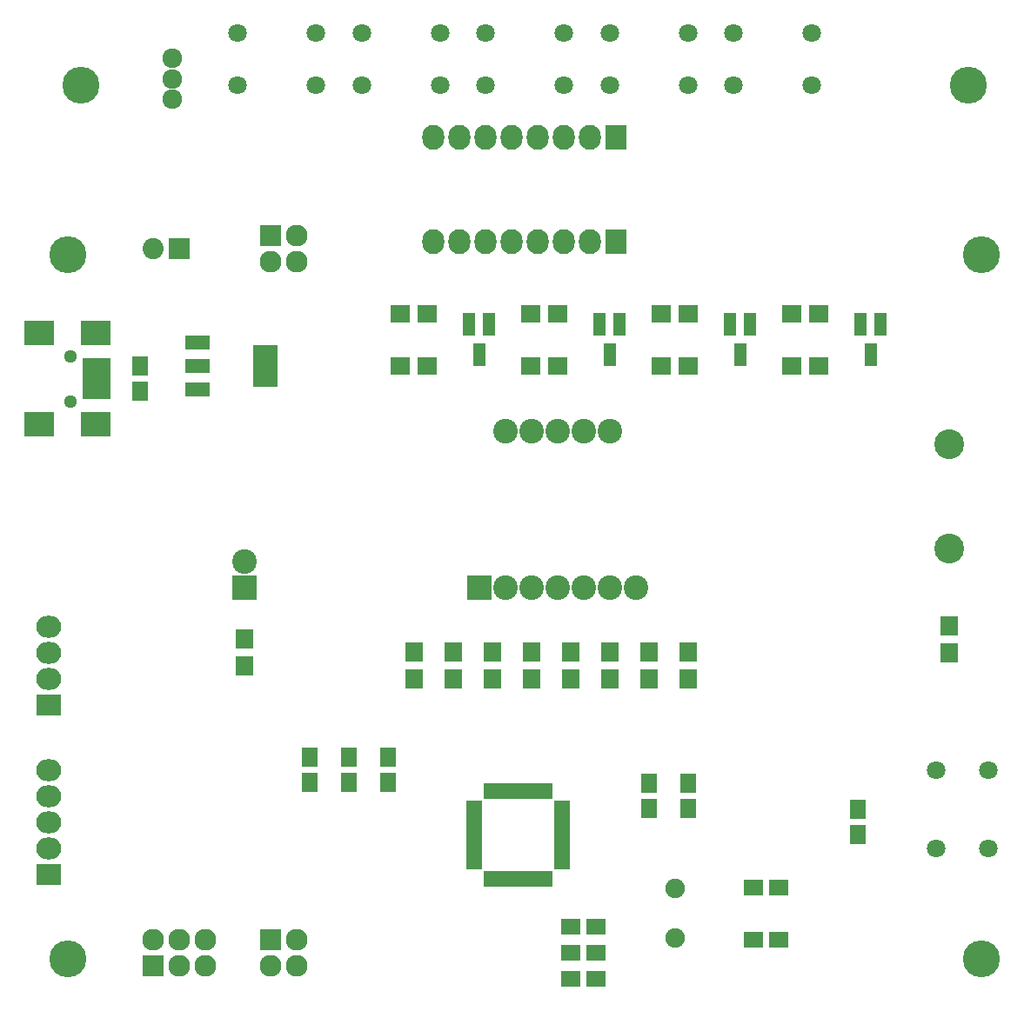
<source format=gts>
%TF.GenerationSoftware,KiCad,Pcbnew,4.0.2+e4-6225~38~ubuntu14.04.1-stable*%
%TF.CreationDate,2016-06-25T18:59:24+02:00*%
%TF.ProjectId,hclock,68636C6F636B2E6B696361645F706362,0.1*%
%TF.FileFunction,Soldermask,Top*%
%FSLAX46Y46*%
G04 Gerber Fmt 4.6, Leading zero omitted, Abs format (unit mm)*
G04 Created by KiCad (PCBNEW 4.0.2+e4-6225~38~ubuntu14.04.1-stable) date sam. 25 juin 2016 18:59:24 CEST*
%MOMM*%
G01*
G04 APERTURE LIST*
%ADD10C,0.100000*%
%ADD11R,2.051000X2.051000*%
%ADD12C,2.051000*%
%ADD13R,1.650000X1.900000*%
%ADD14R,1.900000X1.650000*%
%ADD15R,2.400000X2.400000*%
%ADD16C,2.400000*%
%ADD17R,2.701240X0.900380*%
%ADD18R,2.899360X2.398980*%
%ADD19C,1.299160*%
%ADD20R,2.127200X2.127200*%
%ADD21O,2.127200X2.127200*%
%ADD22R,2.432000X2.127200*%
%ADD23O,2.432000X2.127200*%
%ADD24R,1.200100X2.200860*%
%ADD25R,1.700000X1.900000*%
%ADD26R,1.900000X1.700000*%
%ADD27C,1.797000*%
%ADD28C,1.924000*%
%ADD29R,1.600000X1.000000*%
%ADD30R,1.000000X1.600000*%
%ADD31C,2.899360*%
%ADD32C,1.901140*%
%ADD33R,2.127200X2.432000*%
%ADD34O,2.127200X2.432000*%
%ADD35R,2.432000X4.057600*%
%ADD36R,2.432000X1.416000*%
%ADD37C,3.600000*%
G04 APERTURE END LIST*
D10*
D11*
X107950000Y-60960000D03*
D12*
X105410000Y-60960000D03*
D13*
X173990000Y-115590000D03*
X173990000Y-118090000D03*
D14*
X163850000Y-128270000D03*
X166350000Y-128270000D03*
X163850000Y-123190000D03*
X166350000Y-123190000D03*
D13*
X120650000Y-113010000D03*
X120650000Y-110510000D03*
X124460000Y-113010000D03*
X124460000Y-110510000D03*
X128270000Y-113010000D03*
X128270000Y-110510000D03*
D14*
X148570000Y-127000000D03*
X146070000Y-127000000D03*
X148570000Y-129540000D03*
X146070000Y-129540000D03*
X148570000Y-132080000D03*
X146070000Y-132080000D03*
D13*
X157480000Y-115550000D03*
X157480000Y-113050000D03*
X153670000Y-115550000D03*
X153670000Y-113050000D03*
D15*
X114300000Y-93980000D03*
D16*
X114300000Y-91440000D03*
D17*
X99969320Y-72059800D03*
X99969320Y-72859900D03*
X99969320Y-73660000D03*
X99969320Y-74460100D03*
X99969320Y-75260200D03*
D18*
X99870260Y-69209920D03*
X94371160Y-69209920D03*
X99870260Y-78110080D03*
X94371160Y-78110080D03*
D19*
X97370900Y-71460360D03*
X97370900Y-75859640D03*
D20*
X105410000Y-130810000D03*
D21*
X105410000Y-128270000D03*
X107950000Y-130810000D03*
X107950000Y-128270000D03*
X110490000Y-130810000D03*
X110490000Y-128270000D03*
D20*
X116840000Y-128270000D03*
D21*
X119380000Y-128270000D03*
X116840000Y-130810000D03*
X119380000Y-130810000D03*
D22*
X95250000Y-121920000D03*
D23*
X95250000Y-119380000D03*
X95250000Y-116840000D03*
X95250000Y-114300000D03*
X95250000Y-111760000D03*
D20*
X116840000Y-59690000D03*
D21*
X119380000Y-59690000D03*
X116840000Y-62230000D03*
X119380000Y-62230000D03*
D22*
X95250000Y-105410000D03*
D23*
X95250000Y-102870000D03*
X95250000Y-100330000D03*
X95250000Y-97790000D03*
D24*
X138110000Y-68348860D03*
X136210000Y-68348860D03*
X137160000Y-71351140D03*
X150810000Y-68348860D03*
X148910000Y-68348860D03*
X149860000Y-71351140D03*
X163510000Y-68348860D03*
X161610000Y-68348860D03*
X162560000Y-71351140D03*
X176210000Y-68348860D03*
X174310000Y-68348860D03*
X175260000Y-71351140D03*
D25*
X114300000Y-98980000D03*
X114300000Y-101680000D03*
X157480000Y-100250000D03*
X157480000Y-102950000D03*
X153670000Y-100250000D03*
X153670000Y-102950000D03*
X149860000Y-100250000D03*
X149860000Y-102950000D03*
X146050000Y-100250000D03*
X146050000Y-102950000D03*
X130810000Y-100250000D03*
X130810000Y-102950000D03*
X142240000Y-100250000D03*
X142240000Y-102950000D03*
X138430000Y-100250000D03*
X138430000Y-102950000D03*
X134620000Y-100250000D03*
X134620000Y-102950000D03*
D26*
X132160000Y-67310000D03*
X129460000Y-67310000D03*
X144860000Y-67310000D03*
X142160000Y-67310000D03*
X157560000Y-67310000D03*
X154860000Y-67310000D03*
X170260000Y-67310000D03*
X167560000Y-67310000D03*
X170260000Y-72390000D03*
X167560000Y-72390000D03*
X157560000Y-72390000D03*
X154860000Y-72390000D03*
X144860000Y-72390000D03*
X142160000Y-72390000D03*
X132160000Y-72390000D03*
X129460000Y-72390000D03*
D25*
X182880000Y-100410000D03*
X182880000Y-97710000D03*
D27*
X161925000Y-45085000D03*
X161925000Y-40005000D03*
X169545000Y-45085000D03*
X169545000Y-40005000D03*
X149860000Y-45085000D03*
X149860000Y-40005000D03*
X157480000Y-45085000D03*
X157480000Y-40005000D03*
X137795000Y-45085000D03*
X137795000Y-40005000D03*
X145415000Y-45085000D03*
X145415000Y-40005000D03*
X125730000Y-45085000D03*
X125730000Y-40005000D03*
X133350000Y-45085000D03*
X133350000Y-40005000D03*
X113665000Y-45085000D03*
X113665000Y-40005000D03*
X121285000Y-45085000D03*
X121285000Y-40005000D03*
D28*
X107315000Y-46456600D03*
X107315000Y-44450000D03*
X107315000Y-42443400D03*
D27*
X186690000Y-119380000D03*
X181610000Y-119380000D03*
X186690000Y-111760000D03*
X181610000Y-111760000D03*
D29*
X145220000Y-120910000D03*
X145220000Y-120110000D03*
X145220000Y-119310000D03*
X145220000Y-118510000D03*
X145220000Y-117710000D03*
X145220000Y-116910000D03*
X145220000Y-116110000D03*
X145220000Y-115310000D03*
D30*
X143770000Y-113860000D03*
X142970000Y-113860000D03*
X142170000Y-113860000D03*
X141370000Y-113860000D03*
X140570000Y-113860000D03*
X139770000Y-113860000D03*
X138970000Y-113860000D03*
X138170000Y-113860000D03*
D29*
X136720000Y-115310000D03*
X136720000Y-116110000D03*
X136720000Y-116910000D03*
X136720000Y-117710000D03*
X136720000Y-118510000D03*
X136720000Y-119310000D03*
X136720000Y-120110000D03*
X136720000Y-120910000D03*
D30*
X138170000Y-122360000D03*
X138970000Y-122360000D03*
X139770000Y-122360000D03*
X140570000Y-122360000D03*
X141370000Y-122360000D03*
X142170000Y-122360000D03*
X142970000Y-122360000D03*
X143770000Y-122360000D03*
D31*
X182880000Y-90170000D03*
X182880000Y-80010000D03*
D32*
X156210000Y-128170940D03*
X156210000Y-123289060D03*
D15*
X137160000Y-93980000D03*
D16*
X139700000Y-93980000D03*
X142240000Y-93980000D03*
X144780000Y-93980000D03*
X147320000Y-93980000D03*
X149860000Y-93980000D03*
X152400000Y-93980000D03*
X149860000Y-78740000D03*
X147320000Y-78740000D03*
X144780000Y-78740000D03*
X142240000Y-78740000D03*
X139700000Y-78740000D03*
D33*
X150495000Y-60325000D03*
D34*
X147955000Y-60325000D03*
X145415000Y-60325000D03*
X142875000Y-60325000D03*
X140335000Y-60325000D03*
X137795000Y-60325000D03*
X135255000Y-60325000D03*
X132715000Y-60325000D03*
D33*
X150495000Y-50165000D03*
D34*
X147955000Y-50165000D03*
X145415000Y-50165000D03*
X142875000Y-50165000D03*
X140335000Y-50165000D03*
X137795000Y-50165000D03*
X135255000Y-50165000D03*
X132715000Y-50165000D03*
D13*
X104140000Y-72410000D03*
X104140000Y-74910000D03*
D35*
X116332000Y-72390000D03*
D36*
X109728000Y-72390000D03*
X109728000Y-74676000D03*
X109728000Y-70104000D03*
D37*
X186055000Y-61595000D03*
X184785000Y-45085000D03*
X98425000Y-45085000D03*
X97155000Y-61595000D03*
X186055000Y-130175000D03*
X97155000Y-130175000D03*
M02*

</source>
